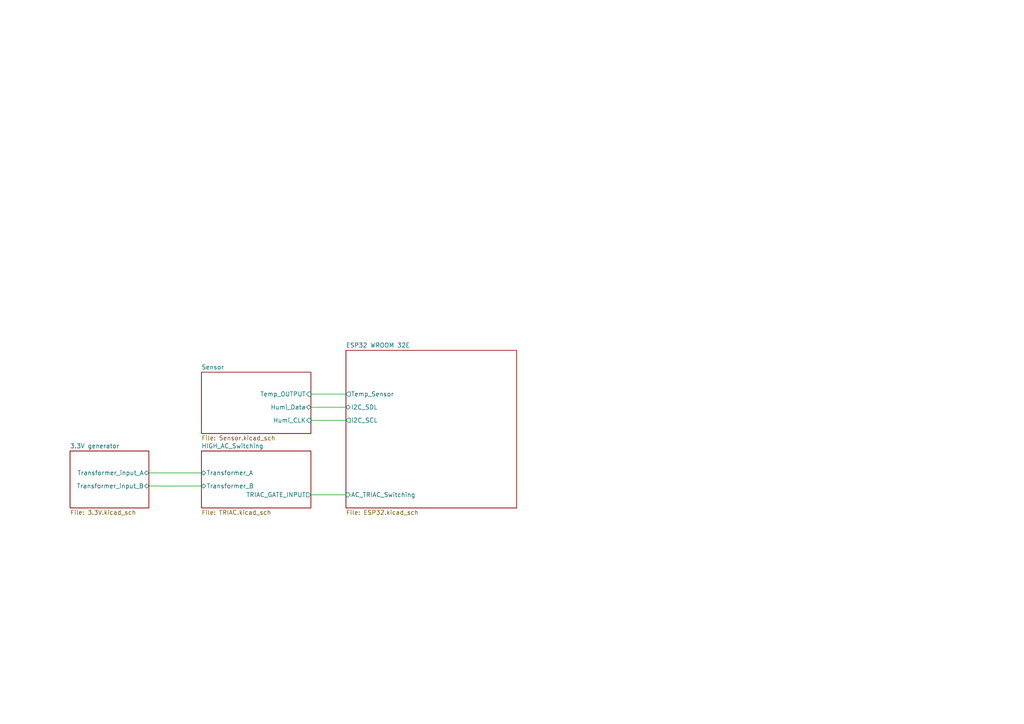
<source format=kicad_sch>
(kicad_sch
	(version 20250114)
	(generator "eeschema")
	(generator_version "9.0")
	(uuid "341a7a15-82cf-4310-8068-7e972317a825")
	(paper "A4")
	(lib_symbols)
	(wire
		(pts
			(xy 90.17 121.92) (xy 100.33 121.92)
		)
		(stroke
			(width 0)
			(type default)
		)
		(uuid "27e0bf79-a706-41d7-970c-e97049055b69")
	)
	(wire
		(pts
			(xy 90.17 118.11) (xy 100.33 118.11)
		)
		(stroke
			(width 0)
			(type default)
		)
		(uuid "6bd62b3f-71b3-4555-9392-a9f7b1d362de")
	)
	(wire
		(pts
			(xy 90.17 114.3) (xy 100.33 114.3)
		)
		(stroke
			(width 0)
			(type default)
		)
		(uuid "7867204f-5e08-4de9-9424-0aac1b9128e6")
	)
	(wire
		(pts
			(xy 90.17 143.51) (xy 100.33 143.51)
		)
		(stroke
			(width 0)
			(type default)
		)
		(uuid "8f63f290-e4ed-40b3-8113-ed2465720069")
	)
	(wire
		(pts
			(xy 43.18 140.97) (xy 58.42 140.97)
		)
		(stroke
			(width 0)
			(type default)
		)
		(uuid "a6e5c029-c289-42e8-bf34-2aedb8c3526d")
	)
	(wire
		(pts
			(xy 43.18 137.16) (xy 58.42 137.16)
		)
		(stroke
			(width 0)
			(type default)
		)
		(uuid "af3a9ca1-5dfd-4725-91a9-b4c21614389f")
	)
	(sheet
		(at 58.42 130.81)
		(size 31.75 16.51)
		(exclude_from_sim no)
		(in_bom yes)
		(on_board yes)
		(dnp no)
		(fields_autoplaced yes)
		(stroke
			(width 0.1524)
			(type solid)
		)
		(fill
			(color 0 0 0 0.0000)
		)
		(uuid "6a8fb6bc-6044-4633-92e9-60b52c183b01")
		(property "Sheetname" "HIGH_AC_Switching"
			(at 58.42 130.0984 0)
			(effects
				(font
					(size 1.27 1.27)
				)
				(justify left bottom)
			)
		)
		(property "Sheetfile" "TRIAC.kicad_sch"
			(at 58.42 147.9046 0)
			(effects
				(font
					(size 1.27 1.27)
				)
				(justify left top)
			)
		)
		(pin "TRIAC_GATE_INPUT" output
			(at 90.17 143.51 0)
			(uuid "016079a0-32b7-4a4c-a71e-9089e1ddc5e4")
			(effects
				(font
					(size 1.27 1.27)
				)
				(justify right)
			)
		)
		(pin "Transformer_A" bidirectional
			(at 58.42 137.16 180)
			(uuid "f7842f7a-1079-4c6d-b585-0eb4a012888d")
			(effects
				(font
					(size 1.27 1.27)
				)
				(justify left)
			)
		)
		(pin "Transformer_B" bidirectional
			(at 58.42 140.97 180)
			(uuid "81e8a837-42f6-4eff-aee4-a456ed2c6c06")
			(effects
				(font
					(size 1.27 1.27)
				)
				(justify left)
			)
		)
		(instances
			(project "MistFarm_PCB"
				(path "/341a7a15-82cf-4310-8068-7e972317a825"
					(page "3")
				)
			)
		)
	)
	(sheet
		(at 100.33 101.6)
		(size 49.53 45.72)
		(exclude_from_sim no)
		(in_bom yes)
		(on_board yes)
		(dnp no)
		(fields_autoplaced yes)
		(stroke
			(width 0.1524)
			(type solid)
		)
		(fill
			(color 0 0 0 0.0000)
		)
		(uuid "9f8c73c3-ca11-4061-8307-1120e85a59be")
		(property "Sheetname" "ESP32 WROOM 32E"
			(at 100.33 100.8884 0)
			(effects
				(font
					(size 1.27 1.27)
				)
				(justify left bottom)
			)
		)
		(property "Sheetfile" "ESP32.kicad_sch"
			(at 100.33 147.9046 0)
			(effects
				(font
					(size 1.27 1.27)
				)
				(justify left top)
			)
		)
		(pin "AC_TRIAC_Switching" input
			(at 100.33 143.51 180)
			(uuid "ce4384f3-24b7-44e7-89cd-cd4303982ed0")
			(effects
				(font
					(size 1.27 1.27)
				)
				(justify left)
			)
		)
		(pin "I2C_SCL" output
			(at 100.33 121.92 180)
			(uuid "25880918-5801-4289-8b65-25f3c3d14611")
			(effects
				(font
					(size 1.27 1.27)
				)
				(justify left)
			)
		)
		(pin "I2C_SDL" bidirectional
			(at 100.33 118.11 180)
			(uuid "df576495-7656-4e70-9598-7c46f2a3abd9")
			(effects
				(font
					(size 1.27 1.27)
				)
				(justify left)
			)
		)
		(pin "Temp_Sensor" output
			(at 100.33 114.3 180)
			(uuid "aa13f8a1-f5c6-44c7-800f-f7029c04d1c0")
			(effects
				(font
					(size 1.27 1.27)
				)
				(justify left)
			)
		)
		(instances
			(project "MistFarm_PCB"
				(path "/341a7a15-82cf-4310-8068-7e972317a825"
					(page "3")
				)
			)
		)
	)
	(sheet
		(at 20.32 130.81)
		(size 22.86 16.51)
		(exclude_from_sim no)
		(in_bom yes)
		(on_board yes)
		(dnp no)
		(fields_autoplaced yes)
		(stroke
			(width 0.1524)
			(type solid)
		)
		(fill
			(color 0 0 0 0.0000)
		)
		(uuid "e87aa4b1-b142-4dda-94dc-9822a5c5d024")
		(property "Sheetname" "3.3V generator"
			(at 20.32 130.0984 0)
			(effects
				(font
					(size 1.27 1.27)
				)
				(justify left bottom)
			)
		)
		(property "Sheetfile" "3.3V.kicad_sch"
			(at 20.32 147.9046 0)
			(effects
				(font
					(size 1.27 1.27)
				)
				(justify left top)
			)
		)
		(pin "Transformer_input_A" bidirectional
			(at 43.18 137.16 0)
			(uuid "628bce12-147d-4361-bddb-b3d883d14a0b")
			(effects
				(font
					(size 1.27 1.27)
				)
				(justify right)
			)
		)
		(pin "Transformer_input_B" bidirectional
			(at 43.18 140.97 0)
			(uuid "636833de-f2f5-4b43-8527-787e3bc5ecff")
			(effects
				(font
					(size 1.27 1.27)
				)
				(justify right)
			)
		)
		(instances
			(project "MistFarm_PCB"
				(path "/341a7a15-82cf-4310-8068-7e972317a825"
					(page "4")
				)
			)
		)
	)
	(sheet
		(at 58.42 107.95)
		(size 31.75 17.78)
		(exclude_from_sim no)
		(in_bom yes)
		(on_board yes)
		(dnp no)
		(fields_autoplaced yes)
		(stroke
			(width 0.1524)
			(type solid)
		)
		(fill
			(color 0 0 0 0.0000)
		)
		(uuid "eabb6d66-75de-49cc-9554-07b6f8fd9924")
		(property "Sheetname" "Sensor"
			(at 58.42 107.2384 0)
			(effects
				(font
					(size 1.27 1.27)
				)
				(justify left bottom)
			)
		)
		(property "Sheetfile" "Sensor.kicad_sch"
			(at 58.42 126.3146 0)
			(effects
				(font
					(size 1.27 1.27)
				)
				(justify left top)
			)
		)
		(pin "Humi_CLK" input
			(at 90.17 121.92 0)
			(uuid "36b704a5-951e-47d8-a96b-23b2daf469eb")
			(effects
				(font
					(size 1.27 1.27)
				)
				(justify right)
			)
		)
		(pin "Humi_Data" bidirectional
			(at 90.17 118.11 0)
			(uuid "90a3ec87-1969-4d90-9235-2a00e0e0b616")
			(effects
				(font
					(size 1.27 1.27)
				)
				(justify right)
			)
		)
		(pin "Temp_OUTPUT" input
			(at 90.17 114.3 0)
			(uuid "fac45aab-ead7-4ced-85f1-ca513a11dbd0")
			(effects
				(font
					(size 1.27 1.27)
				)
				(justify right)
			)
		)
		(instances
			(project "MistFarm_PCB"
				(path "/341a7a15-82cf-4310-8068-7e972317a825"
					(page "5")
				)
			)
		)
	)
	(sheet_instances
		(path "/"
			(page "1")
		)
	)
	(embedded_fonts no)
)

</source>
